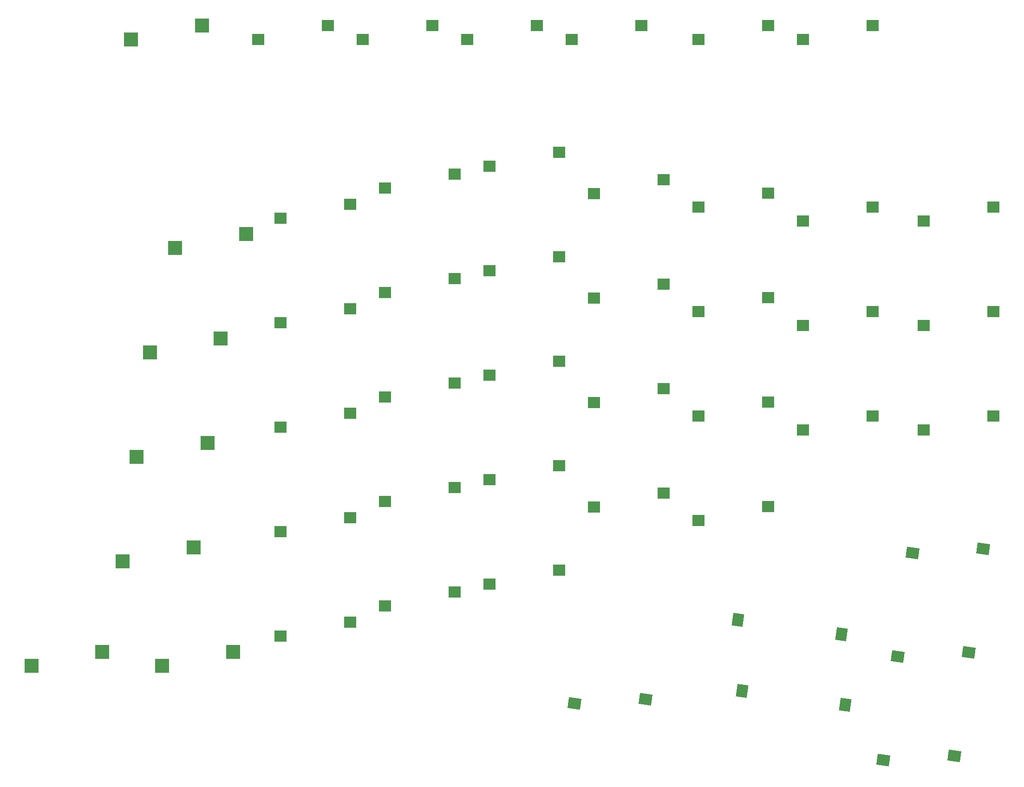
<source format=gbr>
%TF.GenerationSoftware,KiCad,Pcbnew,(6.0.5-0)*%
%TF.CreationDate,2023-01-14T19:39:34-08:00*%
%TF.ProjectId,ergodonk_pcb,6572676f-646f-46e6-9b5f-7063622e6b69,rev?*%
%TF.SameCoordinates,Original*%
%TF.FileFunction,Paste,Bot*%
%TF.FilePolarity,Positive*%
%FSLAX46Y46*%
G04 Gerber Fmt 4.6, Leading zero omitted, Abs format (unit mm)*
G04 Created by KiCad (PCBNEW (6.0.5-0)) date 2023-01-14 19:39:34*
%MOMM*%
%LPD*%
G01*
G04 APERTURE LIST*
G04 Aperture macros list*
%AMRotRect*
0 Rectangle, with rotation*
0 The origin of the aperture is its center*
0 $1 length*
0 $2 width*
0 $3 Rotation angle, in degrees counterclockwise*
0 Add horizontal line*
21,1,$1,$2,0,0,$3*%
G04 Aperture macros list end*
%ADD10R,2.300000X2.000000*%
%ADD11RotRect,2.300000X2.000000X82.000000*%
%ADD12RotRect,2.300000X2.000000X352.000000*%
%ADD13R,2.550000X2.500000*%
G04 APERTURE END LIST*
D10*
%TO.C,SWLH14*%
X121300000Y-60555000D03*
X108600000Y-63095000D03*
%TD*%
%TO.C,SWLH33*%
X102250000Y-102655000D03*
X89550000Y-105195000D03*
%TD*%
D11*
%TO.C,SWLH57*%
X172775125Y-148454102D03*
X173522908Y-161384006D03*
%TD*%
D10*
%TO.C,SWLH35*%
X140350000Y-103655000D03*
X127650000Y-106195000D03*
%TD*%
%TO.C,SWLH12*%
X83200000Y-70055000D03*
X70500000Y-72595000D03*
%TD*%
%TO.C,SWLH43*%
X102250000Y-121705000D03*
X89550000Y-124245000D03*
%TD*%
%TO.C,SWLH2*%
X79200000Y-37505000D03*
X66500000Y-40045000D03*
%TD*%
%TO.C,SWLH53*%
X102250000Y-140755000D03*
X89550000Y-143295000D03*
%TD*%
%TO.C,SWLH3*%
X98250000Y-37505000D03*
X85550000Y-40045000D03*
%TD*%
%TO.C,SWLH45*%
X140350000Y-122705000D03*
X127650000Y-125245000D03*
%TD*%
D12*
%TO.C,SWLH68*%
X193357815Y-170639566D03*
X180427911Y-171387349D03*
%TD*%
D10*
%TO.C,SWLH27*%
X178450000Y-89605000D03*
X165750000Y-92145000D03*
%TD*%
%TO.C,SWLH4*%
X117300000Y-37505000D03*
X104600000Y-40045000D03*
%TD*%
D12*
%TO.C,SWLH65*%
X137095401Y-160327747D03*
X124165497Y-161075530D03*
%TD*%
D10*
%TO.C,SWLH22*%
X83200000Y-89105000D03*
X70500000Y-91645000D03*
%TD*%
%TO.C,SWLH16*%
X159400000Y-68055000D03*
X146700000Y-70595000D03*
%TD*%
D12*
%TO.C,SWLH58*%
X196009062Y-151774959D03*
X183079158Y-152522742D03*
%TD*%
D10*
%TO.C,SWLH44*%
X121300000Y-117705000D03*
X108600000Y-120245000D03*
%TD*%
%TO.C,SWLH52*%
X83200000Y-146255000D03*
X70500000Y-148795000D03*
%TD*%
D11*
%TO.C,SWLH56*%
X153906169Y-145833800D03*
X154653952Y-158763704D03*
%TD*%
D10*
%TO.C,SWLH28*%
X200500000Y-89605000D03*
X187800000Y-92145000D03*
%TD*%
%TO.C,SWLH26*%
X159400000Y-87105000D03*
X146700000Y-89645000D03*
%TD*%
%TO.C,SWLH24*%
X121300000Y-79605000D03*
X108600000Y-82145000D03*
%TD*%
%TO.C,SWLH7*%
X178450000Y-37505000D03*
X165750000Y-40045000D03*
%TD*%
D13*
%TO.C,SWLH31*%
X57250000Y-113615000D03*
X44323000Y-116155000D03*
%TD*%
%TO.C,SWLH41*%
X54710000Y-132665000D03*
X41783000Y-135205000D03*
%TD*%
D10*
%TO.C,SWLH38*%
X200500000Y-108655000D03*
X187800000Y-111195000D03*
%TD*%
%TO.C,SWLH6*%
X159400000Y-37505000D03*
X146700000Y-40045000D03*
%TD*%
%TO.C,SWLH46*%
X159400000Y-125205000D03*
X146700000Y-127745000D03*
%TD*%
D13*
%TO.C,SWLH21*%
X59631250Y-94565000D03*
X46704250Y-97105000D03*
%TD*%
%TO.C,SWLH51*%
X61853750Y-151715000D03*
X48926750Y-154255000D03*
%TD*%
D10*
%TO.C,SWLH34*%
X121300000Y-98655000D03*
X108600000Y-101195000D03*
%TD*%
D13*
%TO.C,SWLH50*%
X38041250Y-151715000D03*
X25114250Y-154255000D03*
%TD*%
D10*
%TO.C,SWLH37*%
X178450000Y-108655000D03*
X165750000Y-111195000D03*
%TD*%
%TO.C,SWLH5*%
X136350000Y-37505000D03*
X123650000Y-40045000D03*
%TD*%
%TO.C,SWLH42*%
X83200000Y-127205000D03*
X70500000Y-129745000D03*
%TD*%
D12*
%TO.C,SWLH48*%
X198660310Y-132910353D03*
X185730406Y-133658136D03*
%TD*%
D10*
%TO.C,SWLH32*%
X83200000Y-108155000D03*
X70500000Y-110695000D03*
%TD*%
%TO.C,SWLH23*%
X102250000Y-83605000D03*
X89550000Y-86145000D03*
%TD*%
%TO.C,SWLH36*%
X159400000Y-106155000D03*
X146700000Y-108695000D03*
%TD*%
D13*
%TO.C,SWLH11*%
X64235000Y-75515000D03*
X51308000Y-78055000D03*
%TD*%
D10*
%TO.C,SWLH17*%
X178450000Y-70555000D03*
X165750000Y-73095000D03*
%TD*%
%TO.C,SWLH54*%
X121300000Y-136755000D03*
X108600000Y-139295000D03*
%TD*%
%TO.C,SWLH18*%
X200500000Y-70555000D03*
X187800000Y-73095000D03*
%TD*%
%TO.C,SWLH25*%
X140350000Y-84605000D03*
X127650000Y-87145000D03*
%TD*%
D13*
%TO.C,SWLH1*%
X56235000Y-37465000D03*
X43308000Y-40005000D03*
%TD*%
D10*
%TO.C,SWLH13*%
X102250000Y-64555000D03*
X89550000Y-67095000D03*
%TD*%
%TO.C,SWLH15*%
X140350000Y-65555000D03*
X127650000Y-68095000D03*
%TD*%
M02*

</source>
